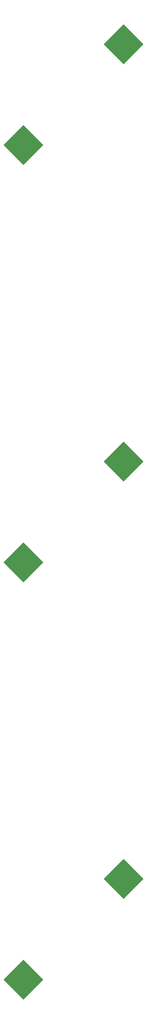
<source format=gbp>
%TF.GenerationSoftware,KiCad,Pcbnew,7.0.5-7.0.5~ubuntu22.04.1*%
%TF.CreationDate,2023-07-04T15:33:39+02:00*%
%TF.ProjectId,panel,70616e65-6c2e-46b6-9963-61645f706362,C*%
%TF.SameCoordinates,Original*%
%TF.FileFunction,Paste,Bot*%
%TF.FilePolarity,Positive*%
%FSLAX46Y46*%
G04 Gerber Fmt 4.6, Leading zero omitted, Abs format (unit mm)*
G04 Created by KiCad (PCBNEW 7.0.5-7.0.5~ubuntu22.04.1) date 2023-07-04 15:33:39*
%MOMM*%
%LPD*%
G01*
G04 APERTURE LIST*
G04 Aperture macros list*
%AMRotRect*
0 Rectangle, with rotation*
0 The origin of the aperture is its center*
0 $1 length*
0 $2 width*
0 $3 Rotation angle, in degrees counterclockwise*
0 Add horizontal line*
21,1,$1,$2,0,0,$3*%
G04 Aperture macros list end*
%ADD10RotRect,5.100000X5.100000X45.000000*%
G04 APERTURE END LIST*
D10*
%TO.C,BT301*%
X129949033Y-235092211D03*
X148050967Y-216990277D03*
%TD*%
%TO.C,BT301*%
X129949033Y-160092211D03*
X148050967Y-141990277D03*
%TD*%
%TO.C,BT301*%
X129949033Y-85092211D03*
X148050967Y-66990277D03*
%TD*%
M02*

</source>
